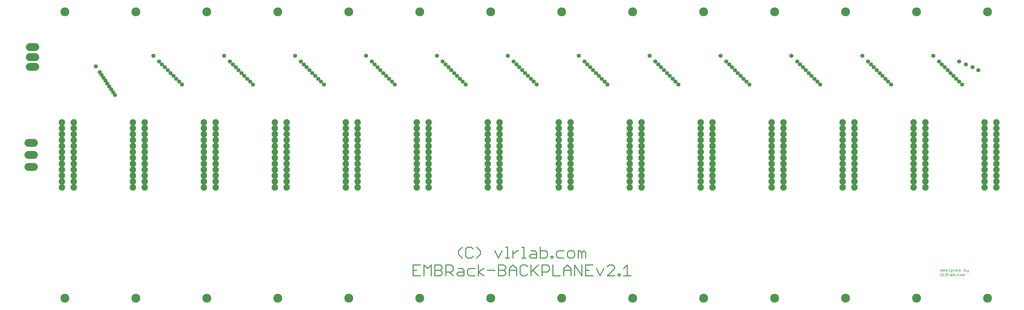
<source format=gts>
G75*
%MOIN*%
%OFA0B0*%
%FSLAX25Y25*%
%IPPOS*%
%LPD*%
%AMOC8*
5,1,8,0,0,1.08239X$1,22.5*
%
%ADD10C,0.11000*%
%ADD11C,0.15024*%
%ADD12C,0.00800*%
%ADD13C,0.13449*%
%ADD14C,0.01600*%
%ADD15C,0.06900*%
D10*
X0167595Y0294193D03*
X0167595Y0304193D03*
X0187595Y0304193D03*
X0187595Y0294193D03*
X0187595Y0314193D03*
X0167595Y0314193D03*
X0167595Y0324193D03*
X0167595Y0334193D03*
X0187595Y0334193D03*
X0187595Y0324193D03*
X0187595Y0344193D03*
X0167595Y0344193D03*
X0167595Y0354193D03*
X0167595Y0364193D03*
X0187595Y0364193D03*
X0187595Y0354193D03*
X0187595Y0374193D03*
X0187595Y0384193D03*
X0167595Y0384193D03*
X0167595Y0374193D03*
X0167595Y0394193D03*
X0187595Y0394193D03*
X0187595Y0404193D03*
X0167595Y0404193D03*
X0287595Y0404193D03*
X0307595Y0404193D03*
X0307595Y0394193D03*
X0287595Y0394193D03*
X0287595Y0384193D03*
X0287595Y0374193D03*
X0307595Y0374193D03*
X0307595Y0384193D03*
X0307595Y0364193D03*
X0307595Y0354193D03*
X0287595Y0354193D03*
X0287595Y0364193D03*
X0287595Y0344193D03*
X0307595Y0344193D03*
X0307595Y0334193D03*
X0307595Y0324193D03*
X0287595Y0324193D03*
X0287595Y0334193D03*
X0287595Y0314193D03*
X0307595Y0314193D03*
X0307595Y0304193D03*
X0307595Y0294193D03*
X0287595Y0294193D03*
X0287595Y0304193D03*
X0407595Y0304193D03*
X0407595Y0294193D03*
X0427595Y0294193D03*
X0427595Y0304193D03*
X0427595Y0314193D03*
X0407595Y0314193D03*
X0407595Y0324193D03*
X0407595Y0334193D03*
X0427595Y0334193D03*
X0427595Y0324193D03*
X0427595Y0344193D03*
X0407595Y0344193D03*
X0407595Y0354193D03*
X0407595Y0364193D03*
X0427595Y0364193D03*
X0427595Y0354193D03*
X0427595Y0374193D03*
X0427595Y0384193D03*
X0407595Y0384193D03*
X0407595Y0374193D03*
X0407595Y0394193D03*
X0427595Y0394193D03*
X0427595Y0404193D03*
X0407595Y0404193D03*
X0527595Y0404193D03*
X0547595Y0404193D03*
X0547595Y0394193D03*
X0527595Y0394193D03*
X0527595Y0384193D03*
X0527595Y0374193D03*
X0547595Y0374193D03*
X0547595Y0384193D03*
X0547595Y0364193D03*
X0547595Y0354193D03*
X0527595Y0354193D03*
X0527595Y0364193D03*
X0527595Y0344193D03*
X0547595Y0344193D03*
X0547595Y0334193D03*
X0547595Y0324193D03*
X0527595Y0324193D03*
X0527595Y0334193D03*
X0527595Y0314193D03*
X0547595Y0314193D03*
X0547595Y0304193D03*
X0547595Y0294193D03*
X0527595Y0294193D03*
X0527595Y0304193D03*
X0647595Y0304193D03*
X0647595Y0294193D03*
X0667595Y0294193D03*
X0667595Y0304193D03*
X0667595Y0314193D03*
X0647595Y0314193D03*
X0647595Y0324193D03*
X0647595Y0334193D03*
X0667595Y0334193D03*
X0667595Y0324193D03*
X0667595Y0344193D03*
X0647595Y0344193D03*
X0647595Y0354193D03*
X0647595Y0364193D03*
X0667595Y0364193D03*
X0667595Y0354193D03*
X0667595Y0374193D03*
X0667595Y0384193D03*
X0647595Y0384193D03*
X0647595Y0374193D03*
X0647595Y0394193D03*
X0667595Y0394193D03*
X0667595Y0404193D03*
X0647595Y0404193D03*
X0767595Y0404193D03*
X0787595Y0404193D03*
X0787595Y0394193D03*
X0767595Y0394193D03*
X0767595Y0384193D03*
X0767595Y0374193D03*
X0787595Y0374193D03*
X0787595Y0384193D03*
X0787595Y0364193D03*
X0787595Y0354193D03*
X0767595Y0354193D03*
X0767595Y0364193D03*
X0767595Y0344193D03*
X0787595Y0344193D03*
X0787595Y0334193D03*
X0787595Y0324193D03*
X0767595Y0324193D03*
X0767595Y0334193D03*
X0767595Y0314193D03*
X0787595Y0314193D03*
X0787595Y0304193D03*
X0787595Y0294193D03*
X0767595Y0294193D03*
X0767595Y0304193D03*
X0887595Y0304193D03*
X0887595Y0294193D03*
X0907595Y0294193D03*
X0907595Y0304193D03*
X0907595Y0314193D03*
X0887595Y0314193D03*
X0887595Y0324193D03*
X0887595Y0334193D03*
X0907595Y0334193D03*
X0907595Y0324193D03*
X0907595Y0344193D03*
X0887595Y0344193D03*
X0887595Y0354193D03*
X0887595Y0364193D03*
X0907595Y0364193D03*
X0907595Y0354193D03*
X0907595Y0374193D03*
X0907595Y0384193D03*
X0887595Y0384193D03*
X0887595Y0374193D03*
X0887595Y0394193D03*
X0907595Y0394193D03*
X0907595Y0404193D03*
X0887595Y0404193D03*
X1007595Y0404193D03*
X1027595Y0404193D03*
X1027595Y0394193D03*
X1007595Y0394193D03*
X1007595Y0384193D03*
X1007595Y0374193D03*
X1027595Y0374193D03*
X1027595Y0384193D03*
X1027595Y0364193D03*
X1027595Y0354193D03*
X1007595Y0354193D03*
X1007595Y0364193D03*
X1007595Y0344193D03*
X1027595Y0344193D03*
X1027595Y0334193D03*
X1027595Y0324193D03*
X1007595Y0324193D03*
X1007595Y0334193D03*
X1007595Y0314193D03*
X1027595Y0314193D03*
X1027595Y0304193D03*
X1027595Y0294193D03*
X1007595Y0294193D03*
X1007595Y0304193D03*
X1127595Y0304193D03*
X1127595Y0294193D03*
X1147595Y0294193D03*
X1147595Y0304193D03*
X1147595Y0314193D03*
X1127595Y0314193D03*
X1127595Y0324193D03*
X1127595Y0334193D03*
X1147595Y0334193D03*
X1147595Y0324193D03*
X1147595Y0344193D03*
X1127595Y0344193D03*
X1127595Y0354193D03*
X1127595Y0364193D03*
X1147595Y0364193D03*
X1147595Y0354193D03*
X1147595Y0374193D03*
X1147595Y0384193D03*
X1127595Y0384193D03*
X1127595Y0374193D03*
X1127595Y0394193D03*
X1147595Y0394193D03*
X1147595Y0404193D03*
X1127595Y0404193D03*
X1247595Y0404193D03*
X1267595Y0404193D03*
X1267595Y0394193D03*
X1247595Y0394193D03*
X1247595Y0384193D03*
X1247595Y0374193D03*
X1267595Y0374193D03*
X1267595Y0384193D03*
X1267595Y0364193D03*
X1267595Y0354193D03*
X1247595Y0354193D03*
X1247595Y0364193D03*
X1247595Y0344193D03*
X1267595Y0344193D03*
X1267595Y0334193D03*
X1267595Y0324193D03*
X1247595Y0324193D03*
X1247595Y0334193D03*
X1247595Y0314193D03*
X1267595Y0314193D03*
X1267595Y0304193D03*
X1267595Y0294193D03*
X1247595Y0294193D03*
X1247595Y0304193D03*
X1367595Y0304193D03*
X1367595Y0294193D03*
X1387595Y0294193D03*
X1387595Y0304193D03*
X1387595Y0314193D03*
X1367595Y0314193D03*
X1367595Y0324193D03*
X1367595Y0334193D03*
X1387595Y0334193D03*
X1387595Y0324193D03*
X1387595Y0344193D03*
X1367595Y0344193D03*
X1367595Y0354193D03*
X1367595Y0364193D03*
X1387595Y0364193D03*
X1387595Y0354193D03*
X1387595Y0374193D03*
X1387595Y0384193D03*
X1367595Y0384193D03*
X1367595Y0374193D03*
X1367595Y0394193D03*
X1387595Y0394193D03*
X1387595Y0404193D03*
X1367595Y0404193D03*
X1487595Y0404193D03*
X1487595Y0394193D03*
X1487595Y0384193D03*
X1487595Y0374193D03*
X1487595Y0364193D03*
X1487595Y0354193D03*
X1487595Y0344193D03*
X1487595Y0334193D03*
X1487595Y0324193D03*
X1487595Y0314193D03*
X1487595Y0304193D03*
X1487595Y0294193D03*
X1507595Y0294193D03*
X1507595Y0304193D03*
X1507595Y0314193D03*
X1507595Y0324193D03*
X1507595Y0334193D03*
X1507595Y0344193D03*
X1507595Y0354193D03*
X1507595Y0364193D03*
X1507595Y0374193D03*
X1507595Y0384193D03*
X1507595Y0394193D03*
X1507595Y0404193D03*
X1607595Y0404193D03*
X1627595Y0404193D03*
X1627595Y0394193D03*
X1607595Y0394193D03*
X1607595Y0384193D03*
X1607595Y0374193D03*
X1627595Y0374193D03*
X1627595Y0384193D03*
X1627595Y0364193D03*
X1627595Y0354193D03*
X1607595Y0354193D03*
X1607595Y0364193D03*
X1607595Y0344193D03*
X1627595Y0344193D03*
X1627595Y0334193D03*
X1627595Y0324193D03*
X1607595Y0324193D03*
X1607595Y0334193D03*
X1607595Y0314193D03*
X1627595Y0314193D03*
X1627595Y0304193D03*
X1627595Y0294193D03*
X1607595Y0294193D03*
X1607595Y0304193D03*
X1727595Y0304193D03*
X1727595Y0294193D03*
X1747595Y0294193D03*
X1747595Y0304193D03*
X1747595Y0314193D03*
X1727595Y0314193D03*
X1727595Y0324193D03*
X1727595Y0334193D03*
X1747595Y0334193D03*
X1747595Y0324193D03*
X1747595Y0344193D03*
X1727595Y0344193D03*
X1727595Y0354193D03*
X1727595Y0364193D03*
X1747595Y0364193D03*
X1747595Y0354193D03*
X1747595Y0374193D03*
X1747595Y0384193D03*
X1727595Y0384193D03*
X1727595Y0374193D03*
X1727595Y0394193D03*
X1747595Y0394193D03*
X1747595Y0404193D03*
X1727595Y0404193D03*
D11*
X0172595Y0106910D03*
X0292595Y0106910D03*
X0412595Y0106910D03*
X0532595Y0106910D03*
X0652595Y0106910D03*
X0772595Y0106910D03*
X0892595Y0106910D03*
X1012595Y0106910D03*
X1132595Y0106910D03*
X1252595Y0106910D03*
X1372595Y0106910D03*
X1492595Y0106910D03*
X1612595Y0106910D03*
X1732595Y0106910D03*
X1732595Y0591162D03*
X1612595Y0591162D03*
X1492595Y0591162D03*
X1372595Y0591162D03*
X1252595Y0591162D03*
X1132595Y0591162D03*
X1012595Y0591162D03*
X0892595Y0591162D03*
X0772595Y0591162D03*
X0652595Y0591162D03*
X0532595Y0591162D03*
X0412595Y0591162D03*
X0292595Y0591162D03*
X0172595Y0591162D03*
D12*
X1652995Y0154195D02*
X1653696Y0154896D01*
X1655798Y0154896D01*
X1655798Y0156297D02*
X1655798Y0152093D01*
X1653696Y0152093D01*
X1652995Y0152794D01*
X1652995Y0154195D01*
X1657599Y0154195D02*
X1658300Y0154896D01*
X1659701Y0154896D01*
X1660401Y0154195D01*
X1660401Y0153495D01*
X1657599Y0153495D01*
X1657599Y0154195D02*
X1657599Y0152794D01*
X1658300Y0152093D01*
X1659701Y0152093D01*
X1662203Y0152093D02*
X1664305Y0152093D01*
X1665005Y0152794D01*
X1664305Y0153495D01*
X1662904Y0153495D01*
X1662203Y0154195D01*
X1662904Y0154896D01*
X1665005Y0154896D01*
X1666807Y0154896D02*
X1667508Y0154896D01*
X1667508Y0152093D01*
X1668208Y0152093D02*
X1666807Y0152093D01*
X1669876Y0152794D02*
X1670577Y0152093D01*
X1672679Y0152093D01*
X1672679Y0151393D02*
X1672679Y0154896D01*
X1670577Y0154896D01*
X1669876Y0154195D01*
X1669876Y0152794D01*
X1671277Y0150692D02*
X1671978Y0150692D01*
X1672679Y0151393D01*
X1674480Y0152093D02*
X1674480Y0154896D01*
X1676582Y0154896D01*
X1677283Y0154195D01*
X1677283Y0152093D01*
X1679084Y0152794D02*
X1679785Y0152093D01*
X1681186Y0152093D01*
X1681886Y0153495D02*
X1679084Y0153495D01*
X1679084Y0154195D02*
X1679785Y0154896D01*
X1681186Y0154896D01*
X1681886Y0154195D01*
X1681886Y0153495D01*
X1683688Y0154195D02*
X1684389Y0154896D01*
X1686490Y0154896D01*
X1686490Y0156297D02*
X1686490Y0152093D01*
X1684389Y0152093D01*
X1683688Y0152794D01*
X1683688Y0154195D01*
X1679084Y0154195D02*
X1679084Y0152794D01*
X1676582Y0147396D02*
X1674480Y0147396D01*
X1674480Y0148797D02*
X1674480Y0144593D01*
X1676582Y0144593D01*
X1677283Y0145294D01*
X1677283Y0146695D01*
X1676582Y0147396D01*
X1679084Y0145294D02*
X1679785Y0145294D01*
X1679785Y0144593D01*
X1679084Y0144593D01*
X1679084Y0145294D01*
X1681386Y0145294D02*
X1682087Y0144593D01*
X1684188Y0144593D01*
X1685990Y0145294D02*
X1686691Y0144593D01*
X1688092Y0144593D01*
X1688792Y0145294D01*
X1688792Y0146695D01*
X1688092Y0147396D01*
X1686691Y0147396D01*
X1685990Y0146695D01*
X1685990Y0145294D01*
X1684188Y0147396D02*
X1682087Y0147396D01*
X1681386Y0146695D01*
X1681386Y0145294D01*
X1672679Y0145995D02*
X1670577Y0145995D01*
X1669876Y0145294D01*
X1670577Y0144593D01*
X1672679Y0144593D01*
X1672679Y0146695D01*
X1671978Y0147396D01*
X1670577Y0147396D01*
X1667508Y0148797D02*
X1667508Y0144593D01*
X1668208Y0144593D02*
X1666807Y0144593D01*
X1665005Y0144593D02*
X1663604Y0145995D01*
X1664305Y0145995D02*
X1662203Y0145995D01*
X1662203Y0144593D02*
X1662203Y0148797D01*
X1664305Y0148797D01*
X1665005Y0148096D01*
X1665005Y0146695D01*
X1664305Y0145995D01*
X1666807Y0148797D02*
X1667508Y0148797D01*
X1667508Y0156297D02*
X1667508Y0156998D01*
X1657599Y0148797D02*
X1657599Y0144593D01*
X1660401Y0144593D01*
X1655798Y0145995D02*
X1655798Y0148797D01*
X1655798Y0145995D02*
X1654396Y0144593D01*
X1652995Y0145995D01*
X1652995Y0148797D01*
X1690594Y0147396D02*
X1690594Y0144593D01*
X1691995Y0144593D02*
X1691995Y0146695D01*
X1692696Y0147396D01*
X1693396Y0146695D01*
X1693396Y0144593D01*
X1691995Y0146695D02*
X1691294Y0147396D01*
X1690594Y0147396D01*
X1692896Y0152093D02*
X1694998Y0152093D01*
X1695698Y0152794D01*
X1695698Y0154195D01*
X1694998Y0154896D01*
X1692896Y0154896D01*
X1692896Y0156297D02*
X1692896Y0152093D01*
X1697500Y0152794D02*
X1698200Y0152093D01*
X1700302Y0152093D01*
X1700302Y0151393D02*
X1699602Y0150692D01*
X1698901Y0150692D01*
X1700302Y0151393D02*
X1700302Y0154896D01*
X1697500Y0154896D02*
X1697500Y0152794D01*
D13*
X0120250Y0328953D02*
X0110801Y0328953D01*
X0110801Y0349203D02*
X0120250Y0349203D01*
X0120250Y0369453D02*
X0110801Y0369453D01*
X0113231Y0498243D02*
X0122680Y0498243D01*
X0122680Y0514443D02*
X0113231Y0514443D01*
X0113231Y0531453D02*
X0122680Y0531453D01*
D14*
X0837901Y0187270D02*
X0844039Y0193409D01*
X0850178Y0190340D02*
X0850178Y0178063D01*
X0853247Y0174993D01*
X0859386Y0174993D01*
X0862455Y0178063D01*
X0868594Y0174993D02*
X0874732Y0181132D01*
X0874732Y0187270D01*
X0868594Y0193409D01*
X0862455Y0190340D02*
X0859386Y0193409D01*
X0853247Y0193409D01*
X0850178Y0190340D01*
X0837901Y0187270D02*
X0837901Y0181132D01*
X0844039Y0174993D01*
X0828693Y0160340D02*
X0828693Y0154201D01*
X0825624Y0151132D01*
X0816416Y0151132D01*
X0822554Y0151132D02*
X0828693Y0144993D01*
X0834831Y0148063D02*
X0837901Y0144993D01*
X0847109Y0144993D01*
X0847109Y0154201D01*
X0844039Y0157270D01*
X0837901Y0157270D01*
X0837901Y0151132D02*
X0847109Y0151132D01*
X0853247Y0154201D02*
X0853247Y0148063D01*
X0856316Y0144993D01*
X0865524Y0144993D01*
X0871663Y0144993D02*
X0871663Y0163409D01*
X0865524Y0157270D02*
X0856316Y0157270D01*
X0853247Y0154201D01*
X0837901Y0151132D02*
X0834831Y0148063D01*
X0816416Y0144993D02*
X0816416Y0163409D01*
X0825624Y0163409D01*
X0828693Y0160340D01*
X0810277Y0160340D02*
X0810277Y0157270D01*
X0807208Y0154201D01*
X0798000Y0154201D01*
X0798000Y0144993D02*
X0798000Y0163409D01*
X0807208Y0163409D01*
X0810277Y0160340D01*
X0807208Y0154201D02*
X0810277Y0151132D01*
X0810277Y0148063D01*
X0807208Y0144993D01*
X0798000Y0144993D01*
X0791861Y0144993D02*
X0791861Y0163409D01*
X0785723Y0157270D01*
X0779584Y0163409D01*
X0779584Y0144993D01*
X0773446Y0144993D02*
X0761168Y0144993D01*
X0761168Y0163409D01*
X0773446Y0163409D01*
X0767307Y0154201D02*
X0761168Y0154201D01*
X0871663Y0151132D02*
X0880871Y0157270D01*
X0887009Y0154201D02*
X0899286Y0154201D01*
X0905425Y0154201D02*
X0914633Y0154201D01*
X0917702Y0151132D01*
X0917702Y0148063D01*
X0914633Y0144993D01*
X0905425Y0144993D01*
X0905425Y0163409D01*
X0914633Y0163409D01*
X0917702Y0160340D01*
X0917702Y0157270D01*
X0914633Y0154201D01*
X0923841Y0154201D02*
X0936118Y0154201D01*
X0936118Y0157270D02*
X0936118Y0144993D01*
X0942257Y0148063D02*
X0945326Y0144993D01*
X0951464Y0144993D01*
X0954534Y0148063D01*
X0960672Y0151132D02*
X0972949Y0163409D01*
X0979088Y0163409D02*
X0988296Y0163409D01*
X0991365Y0160340D01*
X0991365Y0154201D01*
X0988296Y0151132D01*
X0979088Y0151132D01*
X0979088Y0144993D02*
X0979088Y0163409D01*
X0963742Y0154201D02*
X0972949Y0144993D01*
X0960672Y0144993D02*
X0960672Y0163409D01*
X0954534Y0160340D02*
X0951464Y0163409D01*
X0945326Y0163409D01*
X0942257Y0160340D01*
X0942257Y0148063D01*
X0936118Y0157270D02*
X0929979Y0163409D01*
X0923841Y0157270D01*
X0923841Y0144993D01*
X0880871Y0144993D02*
X0871663Y0151132D01*
X0905425Y0174993D02*
X0911564Y0187270D01*
X0917702Y0193409D02*
X0920771Y0193409D01*
X0920771Y0174993D01*
X0917702Y0174993D02*
X0923841Y0174993D01*
X0929979Y0174993D02*
X0929979Y0187270D01*
X0929979Y0181132D02*
X0936118Y0187270D01*
X0939187Y0187270D01*
X0945326Y0193409D02*
X0948395Y0193409D01*
X0948395Y0174993D01*
X0945326Y0174993D02*
X0951464Y0174993D01*
X0957603Y0178063D02*
X0960672Y0174993D01*
X0969880Y0174993D01*
X0969880Y0184201D01*
X0966811Y0187270D01*
X0960672Y0187270D01*
X0960672Y0181132D02*
X0969880Y0181132D01*
X0976019Y0187270D02*
X0985227Y0187270D01*
X0988296Y0184201D01*
X0988296Y0178063D01*
X0985227Y0174993D01*
X0976019Y0174993D01*
X0976019Y0193409D01*
X1003642Y0184201D02*
X1003642Y0178063D01*
X1006712Y0174993D01*
X1015919Y0174993D01*
X1022058Y0178063D02*
X1025127Y0174993D01*
X1031266Y0174993D01*
X1034335Y0178063D01*
X1034335Y0184201D01*
X1031266Y0187270D01*
X1025127Y0187270D01*
X1022058Y0184201D01*
X1022058Y0178063D01*
X1015919Y0187270D02*
X1006712Y0187270D01*
X1003642Y0184201D01*
X0997504Y0178063D02*
X0997504Y0174993D01*
X0994434Y0174993D01*
X0994434Y0178063D01*
X0997504Y0178063D01*
X0960672Y0181132D02*
X0957603Y0178063D01*
X0997504Y0163409D02*
X0997504Y0144993D01*
X1009781Y0144993D01*
X1015919Y0144993D02*
X1015919Y0157270D01*
X1022058Y0163409D01*
X1028197Y0157270D01*
X1028197Y0144993D01*
X1034335Y0144993D02*
X1034335Y0163409D01*
X1046612Y0144993D01*
X1046612Y0163409D01*
X1052751Y0163409D02*
X1052751Y0144993D01*
X1065028Y0144993D01*
X1077305Y0144993D02*
X1083444Y0157270D01*
X1089582Y0160340D02*
X1092652Y0163409D01*
X1098790Y0163409D01*
X1101860Y0160340D01*
X1101860Y0157270D01*
X1089582Y0144993D01*
X1101860Y0144993D01*
X1107998Y0144993D02*
X1111067Y0144993D01*
X1111067Y0148063D01*
X1107998Y0148063D01*
X1107998Y0144993D01*
X1117206Y0144993D02*
X1129483Y0144993D01*
X1123345Y0144993D02*
X1123345Y0163409D01*
X1117206Y0157270D01*
X1077305Y0144993D02*
X1071167Y0157270D01*
X1065028Y0163409D02*
X1052751Y0163409D01*
X1052751Y0154201D02*
X1058890Y0154201D01*
X1028197Y0154201D02*
X1015919Y0154201D01*
X1040474Y0174993D02*
X1040474Y0187270D01*
X1043543Y0187270D01*
X1046612Y0184201D01*
X1049682Y0187270D01*
X1052751Y0184201D01*
X1052751Y0174993D01*
X1046612Y0174993D02*
X1046612Y0184201D01*
X0905425Y0174993D02*
X0899286Y0187270D01*
D15*
X0257275Y0450453D03*
X0254035Y0455313D03*
X0250795Y0460173D03*
X0247555Y0465033D03*
X0244315Y0469893D03*
X0241075Y0474753D03*
X0237835Y0479613D03*
X0234595Y0484473D03*
X0231355Y0489333D03*
X0224875Y0499053D03*
X0322075Y0516873D03*
X0331795Y0507153D03*
X0336655Y0502293D03*
X0341515Y0497433D03*
X0346375Y0492573D03*
X0351235Y0487713D03*
X0356095Y0482853D03*
X0360955Y0477993D03*
X0365815Y0473133D03*
X0370675Y0468273D03*
X0461395Y0497433D03*
X0466255Y0492573D03*
X0471115Y0487713D03*
X0475975Y0482853D03*
X0480835Y0477993D03*
X0485695Y0473133D03*
X0490555Y0468273D03*
X0581275Y0497433D03*
X0586135Y0492573D03*
X0590995Y0487713D03*
X0595855Y0482853D03*
X0600715Y0477993D03*
X0605575Y0473133D03*
X0610435Y0468273D03*
X0701155Y0497433D03*
X0706015Y0492573D03*
X0710875Y0487713D03*
X0715735Y0482853D03*
X0720595Y0477993D03*
X0725455Y0473133D03*
X0730315Y0468273D03*
X0821035Y0497433D03*
X0825895Y0492573D03*
X0830755Y0487713D03*
X0835615Y0482853D03*
X0840475Y0477993D03*
X0845335Y0473133D03*
X0850195Y0468273D03*
X0940915Y0497433D03*
X0945775Y0492573D03*
X0950635Y0487713D03*
X0955495Y0482853D03*
X0960355Y0477993D03*
X0965215Y0473133D03*
X0970075Y0468273D03*
X1060795Y0497433D03*
X1065655Y0492573D03*
X1070515Y0487713D03*
X1075375Y0482853D03*
X1080235Y0477993D03*
X1085095Y0473133D03*
X1089955Y0468273D03*
X1180675Y0497433D03*
X1185535Y0492573D03*
X1190395Y0487713D03*
X1195255Y0482853D03*
X1200115Y0477993D03*
X1204975Y0473133D03*
X1209835Y0468273D03*
X1300555Y0497433D03*
X1305415Y0492573D03*
X1310275Y0487713D03*
X1315135Y0482853D03*
X1319995Y0477993D03*
X1324855Y0473133D03*
X1329715Y0468273D03*
X1420435Y0497433D03*
X1425295Y0492573D03*
X1430155Y0487713D03*
X1435015Y0482853D03*
X1439875Y0477993D03*
X1444735Y0473133D03*
X1449595Y0468273D03*
X1540315Y0497433D03*
X1545175Y0492573D03*
X1550035Y0487713D03*
X1554895Y0482853D03*
X1559755Y0477993D03*
X1564615Y0473133D03*
X1569475Y0468273D03*
X1660195Y0497433D03*
X1665055Y0492573D03*
X1669915Y0487713D03*
X1674775Y0482853D03*
X1679635Y0477993D03*
X1684495Y0473133D03*
X1689355Y0468273D03*
X1716895Y0492573D03*
X1707175Y0497433D03*
X1695835Y0502293D03*
X1684495Y0507153D03*
X1655335Y0502293D03*
X1650475Y0507153D03*
X1640755Y0516873D03*
X1535455Y0502293D03*
X1530595Y0507153D03*
X1520875Y0516873D03*
X1415575Y0502293D03*
X1410715Y0507153D03*
X1400995Y0516873D03*
X1295695Y0502293D03*
X1290835Y0507153D03*
X1281115Y0516873D03*
X1175815Y0502293D03*
X1170955Y0507153D03*
X1161235Y0516873D03*
X1055935Y0502293D03*
X1051075Y0507153D03*
X1041355Y0516873D03*
X0936055Y0502293D03*
X0931195Y0507153D03*
X0921475Y0516873D03*
X0816175Y0502293D03*
X0811315Y0507153D03*
X0801595Y0516873D03*
X0696295Y0502293D03*
X0691435Y0507153D03*
X0681715Y0516873D03*
X0576415Y0502293D03*
X0571555Y0507153D03*
X0561835Y0516873D03*
X0456535Y0502293D03*
X0451675Y0507153D03*
X0441955Y0516873D03*
M02*

</source>
